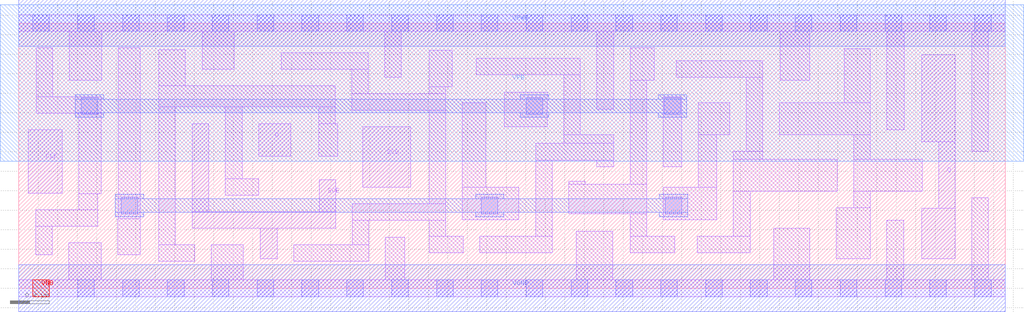
<source format=lef>
# Copyright 2020 The SkyWater PDK Authors
#
# Licensed under the Apache License, Version 2.0 (the "License");
# you may not use this file except in compliance with the License.
# You may obtain a copy of the License at
#
#     https://www.apache.org/licenses/LICENSE-2.0
#
# Unless required by applicable law or agreed to in writing, software
# distributed under the License is distributed on an "AS IS" BASIS,
# WITHOUT WARRANTIES OR CONDITIONS OF ANY KIND, either express or implied.
# See the License for the specific language governing permissions and
# limitations under the License.
#
# SPDX-License-Identifier: Apache-2.0

VERSION 5.7 ;
  NOWIREEXTENSIONATPIN ON ;
  DIVIDERCHAR "/" ;
  BUSBITCHARS "[]" ;
MACRO sky130_fd_sc_hd__sdfxtp_2
  CLASS CORE ;
  FOREIGN sky130_fd_sc_hd__sdfxtp_2 ;
  ORIGIN  0.000000  0.000000 ;
  SIZE  10.12000 BY  2.720000 ;
  SYMMETRY X Y R90 ;
  SITE unithd ;
  PIN D
    ANTENNAGATEAREA  0.159000 ;
    DIRECTION INPUT ;
    USE SIGNAL ;
    PORT
      LAYER li1 ;
        RECT 2.460000 1.355000 2.790000 1.685000 ;
    END
  END D
  PIN Q
    ANTENNADIFFAREA  0.445500 ;
    DIRECTION OUTPUT ;
    USE SIGNAL ;
    PORT
      LAYER li1 ;
        RECT 9.260000 0.305000 9.605000 0.820000 ;
        RECT 9.260000 1.505000 9.605000 2.395000 ;
        RECT 9.435000 0.820000 9.605000 1.505000 ;
    END
  END Q
  PIN SCD
    ANTENNAGATEAREA  0.159000 ;
    DIRECTION INPUT ;
    USE SIGNAL ;
    PORT
      LAYER li1 ;
        RECT 3.530000 1.035000 4.020000 1.655000 ;
    END
  END SCD
  PIN SCE
    ANTENNAGATEAREA  0.318000 ;
    DIRECTION INPUT ;
    USE SIGNAL ;
    PORT
      LAYER li1 ;
        RECT 1.780000 0.615000 3.250000 0.785000 ;
        RECT 1.780000 0.785000 1.950000 1.685000 ;
        RECT 2.475000 0.305000 2.650000 0.615000 ;
        RECT 3.080000 0.785000 3.250000 1.115000 ;
    END
  END SCE
  PIN VNB
    PORT
      LAYER pwell ;
        RECT 0.145000 -0.085000 0.315000 0.085000 ;
    END
  END VNB
  PIN VPB
    PORT
      LAYER nwell ;
        RECT -0.190000 1.305000 10.310000 2.910000 ;
    END
  END VPB
  PIN CLK
    ANTENNAGATEAREA  0.159000 ;
    DIRECTION INPUT ;
    USE CLOCK ;
    PORT
      LAYER li1 ;
        RECT 0.095000 0.975000 0.445000 1.625000 ;
    END
  END CLK
  PIN VGND
    DIRECTION INOUT ;
    SHAPE ABUTMENT ;
    USE GROUND ;
    PORT
      LAYER met1 ;
        RECT 0.000000 -0.240000 10.120000 0.240000 ;
    END
  END VGND
  PIN VPWR
    DIRECTION INOUT ;
    SHAPE ABUTMENT ;
    USE POWER ;
    PORT
      LAYER met1 ;
        RECT 0.000000 2.480000 10.120000 2.960000 ;
    END
  END VPWR
  OBS
    LAYER li1 ;
      RECT 0.000000 -0.085000 10.120000 0.085000 ;
      RECT 0.000000  2.635000 10.120000 2.805000 ;
      RECT 0.175000  0.345000  0.345000 0.635000 ;
      RECT 0.175000  0.635000  0.810000 0.805000 ;
      RECT 0.180000  1.795000  0.845000 1.965000 ;
      RECT 0.180000  1.965000  0.350000 2.465000 ;
      RECT 0.515000  0.085000  0.845000 0.465000 ;
      RECT 0.520000  2.135000  0.850000 2.635000 ;
      RECT 0.615000  0.805000  0.810000 0.970000 ;
      RECT 0.615000  0.970000  0.845000 1.795000 ;
      RECT 1.015000  0.345000  1.245000 0.715000 ;
      RECT 1.020000  0.715000  1.245000 2.465000 ;
      RECT 1.435000  0.275000  1.805000 0.445000 ;
      RECT 1.435000  0.445000  1.605000 1.860000 ;
      RECT 1.435000  1.860000  3.245000 2.075000 ;
      RECT 1.435000  2.075000  1.710000 2.445000 ;
      RECT 1.880000  2.245000  2.210000 2.635000 ;
      RECT 1.975000  0.085000  2.305000 0.445000 ;
      RECT 2.120000  0.955000  2.460000 1.125000 ;
      RECT 2.120000  1.125000  2.290000 1.860000 ;
      RECT 2.690000  2.245000  3.585000 2.415000 ;
      RECT 2.820000  0.275000  3.590000 0.445000 ;
      RECT 3.075000  1.355000  3.270000 1.685000 ;
      RECT 3.075000  1.685000  3.245000 1.860000 ;
      RECT 3.415000  1.825000  4.380000 1.995000 ;
      RECT 3.415000  1.995000  3.585000 2.245000 ;
      RECT 3.420000  0.445000  3.590000 0.695000 ;
      RECT 3.420000  0.695000  4.380000 0.865000 ;
      RECT 3.755000  2.165000  3.925000 2.635000 ;
      RECT 3.760000  0.085000  3.960000 0.525000 ;
      RECT 4.210000  0.365000  4.560000 0.535000 ;
      RECT 4.210000  0.535000  4.380000 0.695000 ;
      RECT 4.210000  0.865000  4.380000 1.825000 ;
      RECT 4.210000  1.995000  4.380000 2.065000 ;
      RECT 4.210000  2.065000  4.445000 2.440000 ;
      RECT 4.550000  0.705000  5.130000 1.035000 ;
      RECT 4.550000  1.035000  4.790000 1.905000 ;
      RECT 4.690000  2.190000  5.760000 2.360000 ;
      RECT 4.730000  0.365000  5.470000 0.535000 ;
      RECT 4.980000  1.655000  5.420000 2.010000 ;
      RECT 5.300000  0.535000  5.470000 1.315000 ;
      RECT 5.300000  1.315000  6.100000 1.485000 ;
      RECT 5.590000  1.485000  6.100000 1.575000 ;
      RECT 5.590000  1.575000  5.760000 2.190000 ;
      RECT 5.640000  0.765000  6.440000 1.065000 ;
      RECT 5.640000  1.065000  5.810000 1.095000 ;
      RECT 5.720000  0.085000  6.090000 0.585000 ;
      RECT 5.930000  1.245000  6.100000 1.315000 ;
      RECT 5.930000  1.835000  6.100000 2.635000 ;
      RECT 6.270000  0.365000  6.730000 0.535000 ;
      RECT 6.270000  0.535000  6.440000 0.765000 ;
      RECT 6.270000  1.065000  6.440000 2.135000 ;
      RECT 6.270000  2.135000  6.520000 2.465000 ;
      RECT 6.610000  0.705000  7.160000 1.035000 ;
      RECT 6.610000  1.245000  6.800000 1.965000 ;
      RECT 6.745000  2.165000  7.630000 2.335000 ;
      RECT 6.960000  0.365000  7.500000 0.535000 ;
      RECT 6.970000  1.035000  7.160000 1.575000 ;
      RECT 6.970000  1.575000  7.290000 1.905000 ;
      RECT 7.330000  0.535000  7.500000 0.995000 ;
      RECT 7.330000  0.995000  8.395000 1.325000 ;
      RECT 7.330000  1.325000  7.630000 1.405000 ;
      RECT 7.460000  1.405000  7.630000 2.165000 ;
      RECT 7.745000  0.085000  8.115000 0.615000 ;
      RECT 7.800000  1.575000  8.735000 1.905000 ;
      RECT 7.810000  2.135000  8.115000 2.635000 ;
      RECT 8.385000  0.300000  8.735000 0.825000 ;
      RECT 8.465000  1.905000  8.735000 2.455000 ;
      RECT 8.565000  0.825000  8.735000 0.995000 ;
      RECT 8.565000  0.995000  9.265000 1.325000 ;
      RECT 8.565000  1.325000  8.735000 1.575000 ;
      RECT 8.905000  0.085000  9.075000 0.695000 ;
      RECT 8.905000  1.625000  9.080000 2.635000 ;
      RECT 9.775000  0.085000  9.945000 0.930000 ;
      RECT 9.775000  1.405000  9.945000 2.635000 ;
    LAYER mcon ;
      RECT 0.145000 -0.085000 0.315000 0.085000 ;
      RECT 0.145000  2.635000 0.315000 2.805000 ;
      RECT 0.605000 -0.085000 0.775000 0.085000 ;
      RECT 0.605000  2.635000 0.775000 2.805000 ;
      RECT 0.640000  1.785000 0.810000 1.955000 ;
      RECT 1.050000  0.765000 1.220000 0.935000 ;
      RECT 1.065000 -0.085000 1.235000 0.085000 ;
      RECT 1.065000  2.635000 1.235000 2.805000 ;
      RECT 1.525000 -0.085000 1.695000 0.085000 ;
      RECT 1.525000  2.635000 1.695000 2.805000 ;
      RECT 1.985000 -0.085000 2.155000 0.085000 ;
      RECT 1.985000  2.635000 2.155000 2.805000 ;
      RECT 2.445000 -0.085000 2.615000 0.085000 ;
      RECT 2.445000  2.635000 2.615000 2.805000 ;
      RECT 2.905000 -0.085000 3.075000 0.085000 ;
      RECT 2.905000  2.635000 3.075000 2.805000 ;
      RECT 3.365000 -0.085000 3.535000 0.085000 ;
      RECT 3.365000  2.635000 3.535000 2.805000 ;
      RECT 3.825000 -0.085000 3.995000 0.085000 ;
      RECT 3.825000  2.635000 3.995000 2.805000 ;
      RECT 4.285000 -0.085000 4.455000 0.085000 ;
      RECT 4.285000  2.635000 4.455000 2.805000 ;
      RECT 4.745000 -0.085000 4.915000 0.085000 ;
      RECT 4.745000  0.765000 4.915000 0.935000 ;
      RECT 4.745000  2.635000 4.915000 2.805000 ;
      RECT 5.205000 -0.085000 5.375000 0.085000 ;
      RECT 5.205000  1.785000 5.375000 1.955000 ;
      RECT 5.205000  2.635000 5.375000 2.805000 ;
      RECT 5.665000 -0.085000 5.835000 0.085000 ;
      RECT 5.665000  2.635000 5.835000 2.805000 ;
      RECT 6.125000 -0.085000 6.295000 0.085000 ;
      RECT 6.125000  2.635000 6.295000 2.805000 ;
      RECT 6.585000 -0.085000 6.755000 0.085000 ;
      RECT 6.585000  2.635000 6.755000 2.805000 ;
      RECT 6.620000  1.785000 6.790000 1.955000 ;
      RECT 6.630000  0.765000 6.800000 0.935000 ;
      RECT 7.045000 -0.085000 7.215000 0.085000 ;
      RECT 7.045000  2.635000 7.215000 2.805000 ;
      RECT 7.505000 -0.085000 7.675000 0.085000 ;
      RECT 7.505000  2.635000 7.675000 2.805000 ;
      RECT 7.965000 -0.085000 8.135000 0.085000 ;
      RECT 7.965000  2.635000 8.135000 2.805000 ;
      RECT 8.425000 -0.085000 8.595000 0.085000 ;
      RECT 8.425000  2.635000 8.595000 2.805000 ;
      RECT 8.885000 -0.085000 9.055000 0.085000 ;
      RECT 8.885000  2.635000 9.055000 2.805000 ;
      RECT 9.345000 -0.085000 9.515000 0.085000 ;
      RECT 9.345000  2.635000 9.515000 2.805000 ;
      RECT 9.805000 -0.085000 9.975000 0.085000 ;
      RECT 9.805000  2.635000 9.975000 2.805000 ;
    LAYER met1 ;
      RECT 0.580000 1.755000 0.870000 1.800000 ;
      RECT 0.580000 1.800000 6.850000 1.940000 ;
      RECT 0.580000 1.940000 0.870000 1.985000 ;
      RECT 0.990000 0.735000 1.280000 0.780000 ;
      RECT 0.990000 0.780000 6.860000 0.920000 ;
      RECT 0.990000 0.920000 1.280000 0.965000 ;
      RECT 4.685000 0.735000 4.975000 0.780000 ;
      RECT 4.685000 0.920000 4.975000 0.965000 ;
      RECT 5.145000 1.755000 5.435000 1.800000 ;
      RECT 5.145000 1.940000 5.435000 1.985000 ;
      RECT 6.560000 1.755000 6.850000 1.800000 ;
      RECT 6.560000 1.940000 6.850000 1.985000 ;
      RECT 6.570000 0.735000 6.860000 0.780000 ;
      RECT 6.570000 0.920000 6.860000 0.965000 ;
  END
END sky130_fd_sc_hd__sdfxtp_2
END LIBRARY

</source>
